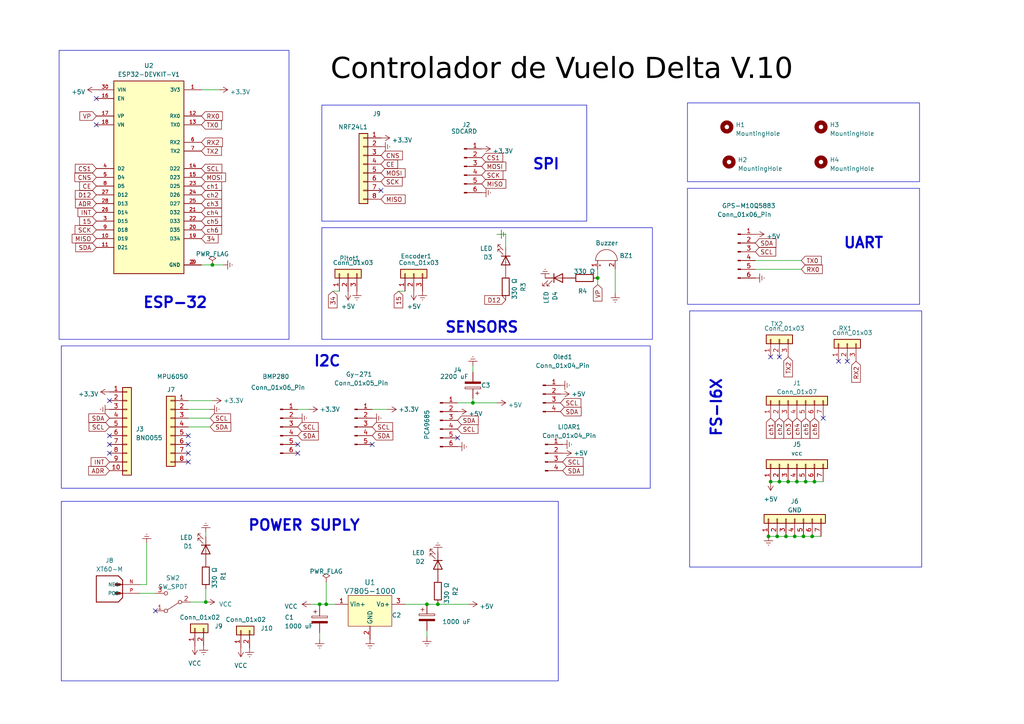
<source format=kicad_sch>
(kicad_sch (version 20230121) (generator eeschema)
  (paper "A4")
  (lib_symbols
    (symbol "Connector:Conn_01x04_Pin" (pin_names (offset 1.016) hide)
      (property "Reference" "J" (at 0 5.08 0))
      (property "Value" "Conn_01x04_Pin" (at 0 -7.62 0))
      (symbol "Conn_01x04_Pin_1_1"
        (polyline (pts (xy 1.27 -5.08) (xy 0.8636 -5.08)) (stroke (width 0.1524)))
        (polyline (pts (xy 1.27 -2.54) (xy 0.8636 -2.54)) (stroke (width 0.1524)))
        (polyline (pts (xy 1.27 0) (xy 0.8636 0)) (stroke (width 0.1524)))
        (polyline (pts (xy 1.27 2.54) (xy 0.8636 2.54)) (stroke (width 0.1524)))
        (rectangle (start 0.8636 -4.953) (end 0 -5.207) (stroke (width 0.1524)) (fill (type outline)))
        (rectangle (start 0.8636 -2.413) (end 0 -2.667) (stroke (width 0.1524)) (fill (type outline)))
        (rectangle (start 0.8636 0.127) (end 0 -0.127) (stroke (width 0.1524)) (fill (type outline)))
        (rectangle (start 0.8636 2.667) (end 0 2.413) (stroke (width 0.1524)) (fill (type outline)))
        (pin passive line (at 5.08 2.54 180) (length 3.81) (name "Pin_1") (number "1"))
        (pin passive line (at 5.08 0 180) (length 3.81) (name "Pin_2") (number "2"))
        (pin passive line (at 5.08 -2.54 180) (length 3.81) (name "Pin_3") (number "3"))
        (pin passive line (at 5.08 -5.08 180) (length 3.81) (name "Pin_4") (number "4"))
      )
    )
    (symbol "Connector:Conn_01x05_Pin" (pin_names (offset 1.016) hide)
      (property "Reference" "J" (at 0 7.62 0))
      (property "Value" "Conn_01x05_Pin" (at 0 -7.62 0))
      (symbol "Conn_01x05_Pin_1_1"
        (polyline (pts (xy 1.27 -5.08) (xy 0.8636 -5.08)) (stroke (width 0.1524)))
        (polyline (pts (xy 1.27 -2.54) (xy 0.8636 -2.54)) (stroke (width 0.1524)))
        (polyline (pts (xy 1.27 0) (xy 0.8636 0)) (stroke (width 0.1524)))
        (polyline (pts (xy 1.27 2.54) (xy 0.8636 2.54)) (stroke (width 0.1524)))
        (polyline (pts (xy 1.27 5.08) (xy 0.8636 5.08)) (stroke (width 0.1524)))
        (rectangle (start 0.8636 -4.953) (end 0 -5.207) (stroke (width 0.1524)) (fill (type outline)))
        (rectangle (start 0.8636 -2.413) (end 0 -2.667) (stroke (width 0.1524)) (fill (type outline)))
        (rectangle (start 0.8636 0.127) (end 0 -0.127) (stroke (width 0.1524)) (fill (type outline)))
        (rectangle (start 0.8636 2.667) (end 0 2.413) (stroke (width 0.1524)) (fill (type outline)))
        (rectangle (start 0.8636 5.207) (end 0 4.953) (stroke (width 0.1524)) (fill (type outline)))
        (pin passive line (at 5.08 5.08 180) (length 3.81) (name "Pin_1") (number "1"))
        (pin passive line (at 5.08 2.54 180) (length 3.81) (name "Pin_2") (number "2"))
        (pin passive line (at 5.08 0 180) (length 3.81) (name "Pin_3") (number "3"))
        (pin passive line (at 5.08 -2.54 180) (length 3.81) (name "Pin_4") (number "4"))
        (pin passive line (at 5.08 -5.08 180) (length 3.81) (name "Pin_5") (number "5"))
      )
    )
    (symbol "Connector:Conn_01x06_Pin" (pin_names (offset 1.016) hide)
      (property "Reference" "J" (at 0 7.62 0))
      (property "Value" "Conn_01x06_Pin" (at 0 -10.16 0))
      (symbol "Conn_01x06_Pin_1_1"
        (polyline (pts (xy 1.27 -7.62) (xy 0.8636 -7.62)) (stroke (width 0.1524)))
        (polyline (pts (xy 1.27 -5.08) (xy 0.8636 -5.08)) (stroke (width 0.1524)))
        (polyline (pts (xy 1.27 -2.54) (xy 0.8636 -2.54)) (stroke (width 0.1524)))
        (polyline (pts (xy 1.27 0) (xy 0.8636 0)) (stroke (width 0.1524)))
        (polyline (pts (xy 1.27 2.54) (xy 0.8636 2.54)) (stroke (width 0.1524)))
        (polyline (pts (xy 1.27 5.08) (xy 0.8636 5.08)) (stroke (width 0.1524)))
        (rectangle (start 0.8636 -7.493) (end 0 -7.747) (stroke (width 0.1524)) (fill (type outline)))
        (rectangle (start 0.8636 -4.953) (end 0 -5.207) (stroke (width 0.1524)) (fill (type outline)))
        (rectangle (start 0.8636 -2.413) (end 0 -2.667) (stroke (width 0.1524)) (fill (type outline)))
        (rectangle (start 0.8636 0.127) (end 0 -0.127) (stroke (width 0.1524)) (fill (type outline)))
        (rectangle (start 0.8636 2.667) (end 0 2.413) (stroke (width 0.1524)) (fill (type outline)))
        (rectangle (start 0.8636 5.207) (end 0 4.953) (stroke (width 0.1524)) (fill (type outline)))
        (pin passive line (at 5.08 5.08 180) (length 3.81) (name "Pin_1") (number "1"))
        (pin passive line (at 5.08 2.54 180) (length 3.81) (name "Pin_2") (number "2"))
        (pin passive line (at 5.08 0 180) (length 3.81) (name "Pin_3") (number "3"))
        (pin passive line (at 5.08 -2.54 180) (length 3.81) (name "Pin_4") (number "4"))
        (pin passive line (at 5.08 -5.08 180) (length 3.81) (name "Pin_5") (number "5"))
        (pin passive line (at 5.08 -7.62 180) (length 3.81) (name "Pin_6") (number "6"))
      )
    )
    (symbol "Connector_Generic:Conn_01x02" (pin_names (offset 1.016) hide)
      (property "Reference" "J" (at 0 2.54 0))
      (property "Value" "Conn_01x02" (at 0 -5.08 0))
      (symbol "Conn_01x02_1_1"
        (rectangle (start -1.27 -2.413) (end 0 -2.667) (stroke (width 0.1524)))
        (rectangle (start -1.27 0.127) (end 0 -0.127) (stroke (width 0.1524)))
        (rectangle (start -1.27 1.27) (end 1.27 -3.81) (stroke (width 0.254)) (fill (type background)))
        (pin passive line (at -5.08 0 0) (length 3.81) (name "Pin_1") (number "1"))
        (pin passive line (at -5.08 -2.54 0) (length 3.81) (name "Pin_2") (number "2"))
      )
    )
    (symbol "Connector_Generic:Conn_01x03" (pin_names (offset 1.016) hide)
      (property "Reference" "J" (at 0 5.08 0))
      (property "Value" "Conn_01x03" (at 0 -5.08 0))
      (symbol "Conn_01x03_1_1"
        (rectangle (start -1.27 -2.413) (end 0 -2.667) (stroke (width 0.1524)))
        (rectangle (start -1.27 0.127) (end 0 -0.127) (stroke (width 0.1524)))
        (rectangle (start -1.27 2.667) (end 0 2.413) (stroke (width 0.1524)))
        (rectangle (start -1.27 3.81) (end 1.27 -3.81) (stroke (width 0.254)) (fill (type background)))
        (pin passive line (at -5.08 2.54 0) (length 3.81) (name "Pin_1") (number "1"))
        (pin passive line (at -5.08 0 0) (length 3.81) (name "Pin_2") (number "2"))
        (pin passive line (at -5.08 -2.54 0) (length 3.81) (name "Pin_3") (number "3"))
      )
    )
    (symbol "Connector_Generic:Conn_01x07" (pin_names (offset 1.016) hide)
      (property "Reference" "J" (at 0 10.16 0))
      (property "Value" "Conn_01x07" (at 0 -10.16 0))
      (symbol "Conn_01x07_1_1"
        (rectangle (start -1.27 -7.493) (end 0 -7.747) (stroke (width 0.1524)))
        (rectangle (start -1.27 -4.953) (end 0 -5.207) (stroke (width 0.1524)))
        (rectangle (start -1.27 -2.413) (end 0 -2.667) (stroke (width 0.1524)))
        (rectangle (start -1.27 0.127) (end 0 -0.127) (stroke (width 0.1524)))
        (rectangle (start -1.27 2.667) (end 0 2.413) (stroke (width 0.1524)))
        (rectangle (start -1.27 5.207) (end 0 4.953) (stroke (width 0.1524)))
        (rectangle (start -1.27 7.747) (end 0 7.493) (stroke (width 0.1524)))
        (rectangle (start -1.27 8.89) (end 1.27 -8.89) (stroke (width 0.254)) (fill (type background)))
        (pin passive line (at -5.08 7.62 0) (length 3.81) (name "Pin_1") (number "1"))
        (pin passive line (at -5.08 5.08 0) (length 3.81) (name "Pin_2") (number "2"))
        (pin passive line (at -5.08 2.54 0) (length 3.81) (name "Pin_3") (number "3"))
        (pin passive line (at -5.08 0 0) (length 3.81) (name "Pin_4") (number "4"))
        (pin passive line (at -5.08 -2.54 0) (length 3.81) (name "Pin_5") (number "5"))
        (pin passive line (at -5.08 -5.08 0) (length 3.81) (name "Pin_6") (number "6"))
        (pin passive line (at -5.08 -7.62 0) (length 3.81) (name "Pin_7") (number "7"))
      )
    )
    (symbol "Connector_Generic:Conn_01x08" (pin_names (offset 1.016) hide)
      (property "Reference" "J" (at 0 10.16 0))
      (property "Value" "Conn_01x08" (at 0 -12.7 0))
      (symbol "Conn_01x08_1_1"
        (rectangle (start -1.27 -10.033) (end 0 -10.287) (stroke (width 0.1524)))
        (rectangle (start -1.27 -7.493) (end 0 -7.747) (stroke (width 0.1524)))
        (rectangle (start -1.27 -4.953) (end 0 -5.207) (stroke (width 0.1524)))
        (rectangle (start -1.27 -2.413) (end 0 -2.667) (stroke (width 0.1524)))
        (rectangle (start -1.27 0.127) (end 0 -0.127) (stroke (width 0.1524)))
        (rectangle (start -1.27 2.667) (end 0 2.413) (stroke (width 0.1524)))
        (rectangle (start -1.27 5.207) (end 0 4.953) (stroke (width 0.1524)))
        (rectangle (start -1.27 7.747) (end 0 7.493) (stroke (width 0.1524)))
        (rectangle (start -1.27 8.89) (end 1.27 -11.43) (stroke (width 0.254)) (fill (type background)))
        (pin passive line (at -5.08 7.62 0) (length 3.81) (name "Pin_1") (number "1"))
        (pin passive line (at -5.08 5.08 0) (length 3.81) (name "Pin_2") (number "2"))
        (pin passive line (at -5.08 2.54 0) (length 3.81) (name "Pin_3") (number "3"))
        (pin passive line (at -5.08 0 0) (length 3.81) (name "Pin_4") (number "4"))
        (pin passive line (at -5.08 -2.54 0) (length 3.81) (name "Pin_5") (number "5"))
        (pin passive line (at -5.08 -5.08 0) (length 3.81) (name "Pin_6") (number "6"))
        (pin passive line (at -5.08 -7.62 0) (length 3.81) (name "Pin_7") (number "7"))
        (pin passive line (at -5.08 -10.16 0) (length 3.81) (name "Pin_8") (number "8"))
      )
    )
    (symbol "Connector_Generic:Conn_01x10" (pin_names (offset 1.016) hide)
      (property "Reference" "J" (at 0 12.7 0))
      (property "Value" "Conn_01x10" (at 0 -15.24 0))
      (symbol "Conn_01x10_1_1"
        (rectangle (start -1.27 -12.573) (end 0 -12.827) (stroke (width 0.1524)))
        (rectangle (start -1.27 -10.033) (end 0 -10.287) (stroke (width 0.1524)))
        (rectangle (start -1.27 -7.493) (end 0 -7.747) (stroke (width 0.1524)))
        (rectangle (start -1.27 -4.953) (end 0 -5.207) (stroke (width 0.1524)))
        (rectangle (start -1.27 -2.413) (end 0 -2.667) (stroke (width 0.1524)))
        (rectangle (start -1.27 0.127) (end 0 -0.127) (stroke (width 0.1524)))
        (rectangle (start -1.27 2.667) (end 0 2.413) (stroke (width 0.1524)))
        (rectangle (start -1.27 5.207) (end 0 4.953) (stroke (width 0.1524)))
        (rectangle (start -1.27 7.747) (end 0 7.493) (stroke (width 0.1524)))
        (rectangle (start -1.27 10.287) (end 0 10.033) (stroke (width 0.1524)))
        (rectangle (start -1.27 11.43) (end 1.27 -13.97) (stroke (width 0.254)) (fill (type background)))
        (pin passive line (at -5.08 10.16 0) (length 3.81) (name "Pin_1") (number "1"))
        (pin passive line (at -5.08 -12.7 0) (length 3.81) (name "Pin_10") (number "10"))
        (pin passive line (at -5.08 7.62 0) (length 3.81) (name "Pin_2") (number "2"))
        (pin passive line (at -5.08 5.08 0) (length 3.81) (name "Pin_3") (number "3"))
        (pin passive line (at -5.08 2.54 0) (length 3.81) (name "Pin_4") (number "4"))
        (pin passive line (at -5.08 0 0) (length 3.81) (name "Pin_5") (number "5"))
        (pin passive line (at -5.08 -2.54 0) (length 3.81) (name "Pin_6") (number "6"))
        (pin passive line (at -5.08 -5.08 0) (length 3.81) (name "Pin_7") (number "7"))
        (pin passive line (at -5.08 -7.62 0) (length 3.81) (name "Pin_8") (number "8"))
        (pin passive line (at -5.08 -10.16 0) (length 3.81) (name "Pin_9") (number "9"))
      )
    )
    (symbol "Device:Buzzer" (pin_names (offset 0.0254) hide)
      (property "Reference" "BZ" (at 3.81 1.27 0))
      (property "Value" "Buzzer" (at 3.81 -1.27 0))
      (symbol "Buzzer_0_1"
        (arc (start 0 -3.175) (mid 3.1612 0) (end 0 3.175))
        (polyline (pts (xy -1.651 1.905) (xy -1.143 1.905)))
        (polyline (pts (xy -1.397 2.159) (xy -1.397 1.651)))
        (polyline (pts (xy 0 3.175) (xy 0 -3.175)))
      )
      (symbol "Buzzer_1_1"
        (pin passive line (at -2.54 2.54 0) (length 2.54) (name "-") (number "1"))
        (pin passive line (at -2.54 -2.54 0) (length 2.54) (name "+") (number "2"))
      )
    )
    (symbol "Device:C_Polarized" (pin_numbers hide) (pin_names (offset 0.254))
      (property "Reference" "C" (at 0.635 2.54 0))
      (property "Value" "C_Polarized" (at 0.635 -2.54 0))
      (symbol "C_Polarized_0_1"
        (rectangle (start -2.286 0.508) (end 2.286 1.016))
        (polyline (pts (xy -1.778 2.286) (xy -0.762 2.286)))
        (polyline (pts (xy -1.27 2.794) (xy -1.27 1.778)))
        (rectangle (start 2.286 -0.508) (end -2.286 -1.016) (fill (type outline)))
      )
      (symbol "C_Polarized_1_1"
        (pin passive line (at 0 3.81 270) (length 2.794) (name "~") (number "1"))
        (pin passive line (at 0 -3.81 90) (length 2.794) (name "~") (number "2"))
      )
    )
    (symbol "Device:LED" (pin_numbers hide) (pin_names (offset 1.016) hide)
      (property "Reference" "D" (at 0 2.54 0))
      (property "Value" "LED" (at 0 -2.54 0))
      (symbol "LED_0_1"
        (polyline (pts (xy -1.27 -1.27) (xy -1.27 1.27)) (stroke (width 0.254)))
        (polyline (pts (xy -1.27 0) (xy 1.27 0)))
        (polyline (pts (xy 1.27 -1.27) (xy 1.27 1.27) (xy -1.27 0) (xy 1.27 -1.27)) (stroke (width 0.254)))
        (polyline (pts (xy -3.048 -0.762) (xy -4.572 -2.286) (xy -3.81 -2.286) (xy -4.572 -2.286) (xy -4.572 -1.524)))
        (polyline (pts (xy -1.778 -0.762) (xy -3.302 -2.286) (xy -2.54 -2.286) (xy -3.302 -2.286) (xy -3.302 -1.524)))
      )
      (symbol "LED_1_1"
        (pin passive line (at -3.81 0 0) (length 2.54) (name "K") (number "1"))
        (pin passive line (at 3.81 0 180) (length 2.54) (name "A") (number "2"))
      )
    )
    (symbol "Device:R" (pin_numbers hide) (pin_names (offset 0))
      (property "Reference" "R" (at 2.032 0 90))
      (property "Value" "R" (at 0 0 90))
      (symbol "R_0_1"
        (rectangle (start -1.016 -2.54) (end 1.016 2.54) (stroke (width 0.254)))
      )
      (symbol "R_1_1"
        (pin passive line (at 0 3.81 270) (length 1.27) (name "~") (number "1"))
        (pin passive line (at 0 -3.81 90) (length 1.27) (name "~") (number "2"))
      )
    )
    (symbol "ESP32-DEVKIT-V1:ESP32-DEVKIT-V1" (pin_names (offset 1.016))
      (property "Reference" "U" (at -10.16 30.48 0))
      (property "Value" "ESP32-DEVKIT-V1" (at -10.16 -30.48 0))
      (symbol "ESP32-DEVKIT-V1_0_0"
        (rectangle (start -10.16 -27.94) (end 10.16 27.94) (stroke (width 0.254)) (fill (type background)))
        (pin output line (at 15.24 25.4 180) (length 5.08) (name "3V3") (number "1"))
        (pin bidirectional line (at -15.24 -17.78 0) (length 5.08) (name "D19") (number "10"))
        (pin bidirectional line (at -15.24 -20.32 0) (length 5.08) (name "D21") (number "11"))
        (pin input line (at 15.24 17.78 180) (length 5.08) (name "RX0") (number "12"))
        (pin output line (at 15.24 15.24 180) (length 5.08) (name "TX0") (number "13"))
        (pin bidirectional line (at 15.24 2.54 180) (length 5.08) (name "D22") (number "14"))
        (pin bidirectional line (at 15.24 0 180) (length 5.08) (name "D23") (number "15"))
        (pin input line (at -15.24 22.86 0) (length 5.08) (name "EN") (number "16"))
        (pin bidirectional line (at -15.24 17.78 0) (length 5.08) (name "VP") (number "17"))
        (pin bidirectional line (at -15.24 15.24 0) (length 5.08) (name "VN") (number "18"))
        (pin bidirectional line (at 15.24 -17.78 180) (length 5.08) (name "D34") (number "19"))
        (pin power_in line (at 15.24 -25.4 180) (length 5.08) (name "GND") (number "2"))
        (pin bidirectional line (at 15.24 -15.24 180) (length 5.08) (name "D35") (number "20"))
        (pin bidirectional line (at 15.24 -10.16 180) (length 5.08) (name "D32") (number "21"))
        (pin bidirectional line (at 15.24 -12.7 180) (length 5.08) (name "D33") (number "22"))
        (pin bidirectional line (at 15.24 -2.54 180) (length 5.08) (name "D25") (number "23"))
        (pin bidirectional line (at 15.24 -5.08 180) (length 5.08) (name "D26") (number "24"))
        (pin bidirectional line (at 15.24 -7.62 180) (length 5.08) (name "D27") (number "25"))
        (pin bidirectional line (at -15.24 -10.16 0) (length 5.08) (name "D14") (number "26"))
        (pin bidirectional line (at -15.24 -5.08 0) (length 5.08) (name "D12") (number "27"))
        (pin bidirectional line (at -15.24 -7.62 0) (length 5.08) (name "D13") (number "28"))
        (pin power_in line (at 15.24 -25.4 180) (length 5.08) (name "GND") (number "29"))
        (pin bidirectional line (at -15.24 -12.7 0) (length 5.08) (name "D15") (number "3"))
        (pin input line (at -15.24 25.4 0) (length 5.08) (name "VIN") (number "30"))
        (pin bidirectional line (at -15.24 2.54 0) (length 5.08) (name "D2") (number "4"))
        (pin bidirectional line (at -15.24 0 0) (length 5.08) (name "D4") (number "5"))
        (pin input line (at 15.24 10.16 180) (length 5.08) (name "RX2") (number "6"))
        (pin output line (at 15.24 7.62 180) (length 5.08) (name "TX2") (number "7"))
        (pin bidirectional line (at -15.24 -2.54 0) (length 5.08) (name "D5") (number "8"))
        (pin bidirectional line (at -15.24 -15.24 0) (length 5.08) (name "D18") (number "9"))
      )
    )
    (symbol "Mechanical:MountingHole" (pin_names (offset 1.016))
      (property "Reference" "H" (at 0 5.08 0))
      (property "Value" "MountingHole" (at 0 3.175 0))
      (symbol "MountingHole_0_1"
        (circle (center 0 0) (radius 1.27) (stroke (width 1.27)))
      )
    )
    (symbol "Switch:SW_SPDT" (pin_names (offset 0) hide)
      (property "Reference" "SW" (at 0 4.318 0))
      (property "Value" "SW_SPDT" (at 0 -5.08 0))
      (symbol "SW_SPDT_0_0"
        (circle (center -2.032 0) (radius 0.508))
        (circle (center 2.032 -2.54) (radius 0.508))
      )
      (symbol "SW_SPDT_0_1"
        (polyline (pts (xy -1.524 0.254) (xy 1.651 2.286)))
        (circle (center 2.032 2.54) (radius 0.508))
      )
      (symbol "SW_SPDT_1_1"
        (pin passive line (at 5.08 2.54 180) (length 2.54) (name "A") (number "1"))
        (pin passive line (at -5.08 0 0) (length 2.54) (name "B") (number "2"))
        (pin passive line (at 5.08 -2.54 180) (length 2.54) (name "C") (number "3"))
      )
    )
    (symbol "XT60-M:XT60-M" (pin_names (offset 1.016))
      (property "Reference" "J" (at 0 6.35 0))
      (property "Value" "XT60-M" (at 0 -5.08 0))
      (symbol "XT60-M_0_0"
        (polyline (pts (xy 0 -1.27) (xy 1.27 -2.54)) (stroke (width 0.254)))
        (polyline (pts (xy 0 0) (xy 1.905 0)) (stroke (width 0.254)))
        (polyline (pts (xy 0 2.54) (xy 0 -1.27)) (stroke (width 0.254)))
        (polyline (pts (xy 0 2.54) (xy 1.905 2.54)) (stroke (width 0.254)))
        (polyline (pts (xy 0 3.81) (xy 0 2.54)) (stroke (width 0.254)))
        (polyline (pts (xy 0 3.81) (xy 1.27 5.08)) (stroke (width 0.254)))
        (polyline (pts (xy 1.27 -2.54) (xy 7.62 -2.54)) (stroke (width 0.254)))
        (polyline (pts (xy 7.62 -2.54) (xy 7.62 5.08)) (stroke (width 0.254)))
        (polyline (pts (xy 7.62 5.08) (xy 1.27 5.08)) (stroke (width 0.254)))
        (rectangle (start 0.635 -0.3175) (end 2.2225 0.3175) (stroke (width 0.1)) (fill (type outline)))
        (rectangle (start 0.635 2.2225) (end 2.2225 2.8575) (stroke (width 0.1)) (fill (type outline)))
        (pin passive line (at -5.08 0 0) (length 5.08) (name "NEG") (number "N"))
        (pin passive line (at -5.08 2.54 0) (length 5.08) (name "POS") (number "P"))
      )
    )
    (symbol "dk_DC-DC-Converters:V7805-1000"
      (property "Reference" "U" (at -6.35 6.35 0))
      (property "Value" "V7805-1000" (at 1.27 -5.08 0))
      (symbol "V7805-1000_0_1"
        (rectangle (start -6.35 5.08) (end 6.35 -3.81) (fill (type background)))
      )
      (symbol "V7805-1000_1_1"
        (pin power_in line (at -10.16 2.54 0) (length 3.81) (name "Vin+") (number "1"))
        (pin power_in line (at 0 -7.62 90) (length 3.81) (name "GND") (number "2"))
        (pin power_out line (at 10.16 2.54 180) (length 3.81) (name "Vo+") (number "3"))
      )
    )
    (symbol "power:+3.3V" (power) (pin_names (offset 0))
      (property "Value" "+3.3V" (at 0 3.556 0))
      (symbol "+3.3V_0_1"
        (polyline (pts (xy -0.762 1.27) (xy 0 2.54)))
        (polyline (pts (xy 0 0) (xy 0 2.54)))
        (polyline (pts (xy 0 2.54) (xy 0.762 1.27)))
      )
      (symbol "+3.3V_1_1"
        (pin power_in line (at 0 0 90) (length 0) hide (name "+3.3V") (number "1"))
      )
    )
    (symbol "power:+5V" (power) (pin_names (offset 0))
      (property "Value" "+5V" (at 0 3.556 0))
      (symbol "+5V_0_1"
        (polyline (pts (xy -0.762 1.27) (xy 0 2.54)))
        (polyline (pts (xy 0 0) (xy 0 2.54)))
        (polyline (pts (xy 0 2.54) (xy 0.762 1.27)))
      )
      (symbol "+5V_1_1"
        (pin power_in line (at 0 0 90) (length 0) hide (name "+5V") (number "1"))
      )
    )
    (symbol "power:Earth" (power) (pin_names (offset 0))
      (symbol "Earth_0_1"
        (polyline (pts (xy -0.635 -1.905) (xy 0.635 -1.905)))
        (polyline (pts (xy -0.127 -2.54) (xy 0.127 -2.54)))
        (polyline (pts (xy 0 -1.27) (xy 0 0)))
        (polyline (pts (xy 1.27 -1.27) (xy -1.27 -1.27)))
      )
      (symbol "Earth_1_1"
        (pin power_in line (at 0 0 270) (length 0) hide (name "Earth") (number "1"))
      )
    )
    (symbol "power:PWR_FLAG" (power) (pin_numbers hide) (pin_names (offset 0) hide)
      (property "Value" "PWR_FLAG" (at 0 3.81 0))
      (symbol "PWR_FLAG_0_0"
        (pin power_out line (at 0 0 90) (length 0) (name "pwr") (number "1"))
      )
      (symbol "PWR_FLAG_0_1"
        (polyline (pts (xy 0 0) (xy 0 1.27) (xy -1.016 1.905) (xy 0 2.54) (xy 1.016 1.905) (xy 0 1.27)))
      )
    )
    (symbol "power:VCC" (power) (pin_names (offset 0))
      (property "Value" "VCC" (at 0 3.81 0))
      (symbol "VCC_0_1"
        (polyline (pts (xy -0.762 1.27) (xy 0 2.54)))
        (polyline (pts (xy 0 0) (xy 0 2.54)))
        (polyline (pts (xy 0 2.54) (xy 0.762 1.27)))
      )
      (symbol "VCC_1_1"
        (pin power_in line (at 0 0 90) (length 0) hide (name "VCC") (number "1"))
      )
    )
  )
  (junction (at 222.885 155.575))
  (junction (at 228.6 139.7))
  (junction (at 233.045 155.575))
  (junction (at 137.16 116.84))
  (junction (at 173.355 80.645))
  (junction (at 227.965 155.575))
  (junction (at 59.69 174.625))
  (junction (at 123.825 175.26))
  (junction (at 231.14 139.7))
  (junction (at 235.585 155.575))
  (junction (at 236.22 139.7))
  (junction (at 226.06 139.7))
  (junction (at 127 175.26))
  (junction (at 223.52 139.7))
  (junction (at 92.71 175.26))
  (junction (at 233.68 139.7))
  (junction (at 230.505 155.575))
  (junction (at 225.425 155.575))
  (junction (at 61.595 76.835))
  (junction (at 94.615 175.26))
  (no_connect (at 31.75 116.205))
  (no_connect (at 54.61 128.905))
  (no_connect (at 226.06 103.505))
  (no_connect (at 27.94 28.575))
  (no_connect (at 223.52 103.505))
  (no_connect (at 31.75 131.445))
  (no_connect (at 54.61 126.365))
  (no_connect (at 31.75 128.905))
  (no_connect (at 243.205 104.775))
  (no_connect (at 110.49 55.245))
  (no_connect (at 31.75 126.365))
  (no_connect (at 238.76 121.285))
  (no_connect (at 245.745 104.775))
  (no_connect (at 27.94 36.195))
  (no_connect (at 45.085 177.165))
  (no_connect (at 54.61 131.445))
  (no_connect (at 86.36 131.445))
  (no_connect (at 54.61 133.985))
  (no_connect (at 107.95 128.905))
  (no_connect (at 86.36 128.905))
  (no_connect (at 132.715 127))
  (wire (pts (xy 59.69 154.305) (xy 59.69 155.575)))
  (wire (pts (xy 42.545 169.545) (xy 42.545 157.48)))
  (wire (pts (xy 137.16 116.84) (xy 132.715 116.84)))
  (wire (pts (xy 232.41 78.105) (xy 219.075 78.105)))
  (wire (pts (xy 92.71 175.26) (xy 94.615 175.26)))
  (wire (pts (xy 231.14 139.7) (xy 233.68 139.7)))
  (wire (pts (xy 230.505 155.575) (xy 233.045 155.575)))
  (wire (pts (xy 137.16 106.045) (xy 137.16 107.95)))
  (wire (pts (xy 96.52 84.455) (xy 98.425 84.455)))
  (wire (pts (xy 94.615 168.91) (xy 94.615 175.26)))
  (wire (pts (xy 61.595 76.835) (xy 58.42 76.835)))
  (wire (pts (xy 86.36 118.745) (xy 89.535 118.745)))
  (wire (pts (xy 235.585 155.575) (xy 238.125 155.575)))
  (wire (pts (xy 123.825 175.26) (xy 117.475 175.26)))
  (wire (pts (xy 232.41 75.565) (xy 219.075 75.565)))
  (wire (pts (xy 222.885 155.575) (xy 225.425 155.575)))
  (wire (pts (xy 40.64 172.085) (xy 45.085 172.085)))
  (wire (pts (xy 92.71 175.895) (xy 92.71 175.26)))
  (wire (pts (xy 54.61 118.745) (xy 60.96 118.745)))
  (wire (pts (xy 107.95 118.745) (xy 112.395 118.745)))
  (wire (pts (xy 127 175.26) (xy 123.825 175.26)))
  (wire (pts (xy 40.64 169.545) (xy 42.545 169.545)))
  (wire (pts (xy 178.435 85.09) (xy 178.435 78.105)))
  (wire (pts (xy 233.045 155.575) (xy 235.585 155.575)))
  (wire (pts (xy 90.17 175.26) (xy 92.71 175.26)))
  (wire (pts (xy 236.22 139.7) (xy 238.76 139.7)))
  (wire (pts (xy 58.42 26.035) (xy 63.5 26.035)))
  (wire (pts (xy 59.69 174.625) (xy 59.69 170.815)))
  (wire (pts (xy 92.71 185.42) (xy 92.71 183.515)))
  (wire (pts (xy 137.16 115.57) (xy 137.16 116.84)))
  (wire (pts (xy 55.245 174.625) (xy 59.69 174.625)))
  (wire (pts (xy 64.77 76.835) (xy 61.595 76.835)))
  (wire (pts (xy 54.61 116.205) (xy 61.595 116.205)))
  (wire (pts (xy 173.355 82.55) (xy 173.355 80.645)))
  (wire (pts (xy 223.52 139.7) (xy 226.06 139.7)))
  (wire (pts (xy 115.57 84.455) (xy 117.475 84.455)))
  (wire (pts (xy 228.6 139.7) (xy 231.14 139.7)))
  (wire (pts (xy 54.61 123.825) (xy 60.96 123.825)))
  (wire (pts (xy 226.06 139.7) (xy 228.6 139.7)))
  (wire (pts (xy 123.825 182.88) (xy 123.825 184.785)))
  (wire (pts (xy 173.355 80.645) (xy 173.355 78.105)))
  (wire (pts (xy 54.61 121.285) (xy 60.96 121.285)))
  (wire (pts (xy 225.425 155.575) (xy 227.965 155.575)))
  (wire (pts (xy 94.615 175.26) (xy 97.155 175.26)))
  (wire (pts (xy 146.685 67.945) (xy 146.685 71.755)))
  (wire (pts (xy 227.965 155.575) (xy 230.505 155.575)))
  (wire (pts (xy 127 175.26) (xy 135.89 175.26)))
  (wire (pts (xy 233.68 139.7) (xy 236.22 139.7)))
  (wire (pts (xy 144.145 67.945) (xy 146.685 67.945)))
  (wire (pts (xy 144.145 116.84) (xy 137.16 116.84)))
  (rectangle (start 199.39 29.845) (end 266.7 52.705))
  (rectangle (start 93.345 30.48) (end 170.18 64.135))
  (rectangle (start 17.145 14.605) (end 83.82 98.425))
  (rectangle (start 200.025 90.17) (end 267.335 164.465))
  (rectangle (start 17.78 145.415) (end 161.925 197.485))
  (rectangle (start 199.39 54.61) (end 266.7 88.265))
  (rectangle (start 17.78 100.33) (end 188.595 141.605))
  (rectangle (start 93.345 66.04) (end 189.23 98.425))
  (text "I2C\n" (at 90.805 106.68 0) (effects (font (size 3.048 3.048) (thickness 0.6096) bold) (justify left bottom)))
  (text "UART\n" (at 244.475 72.39 0) (effects (font (size 3.048 3.048) (thickness 0.6096) bold) (justify left bottom)))
  (text "POWER SUPLY\n" (at 71.755 154.305 0) (effects (font (size 3.048 3.048) (thickness 0.6096) bold) (justify left bottom)))
  (text "SENSORS\n\n\n" (at 128.905 106.68 0) (effects (font (size 3.048 3.048) (thickness 0.6096) bold) (justify left bottom)))
  (text "FS-I6X" (at 209.55 127 90) (effects (font (size 3.048 3.048) (thickness 0.6096) bold) (justify left bottom)))
  (text "SPI\n" (at 154.305 49.53 0) (effects (font (size 3.048 3.048) (thickness 0.6096) bold) (justify left bottom)))
  (text "Controlador de Vuelo Delta V.10" (at 95.885 25.4 0) (effects (font (size 6 6)) (justify left bottom)))
  (text "ESP-32\n\n" (at 41.275 94.615 0) (effects (font (size 3.048 3.048) (thickness 0.6096) bold) (justify left bottom)))
  (global_label "CS1" (shape input) (at 139.7 45.72 0) (property "Intersheetrefs" "${INTERSHEET_REFS}" (effects hide)))
  (global_label "RX0" (shape input) (at 232.41 78.105 0) (property "Intersheetrefs" "${INTERSHEET_REFS}" (effects hide)))
  (global_label "SDA" (shape input) (at 219.075 70.485 0) (property "Intersheetrefs" "${INTERSHEET_REFS}" (effects hide)))
  (global_label "SDA" (shape input) (at 31.75 121.285 180) (property "Intersheetrefs" "${INTERSHEET_REFS}" (effects hide)))
  (global_label "VP" (shape input) (at 173.355 82.55 270) (property "Intersheetrefs" "${INTERSHEET_REFS}" (effects hide)))
  (global_label "SCL" (shape input) (at 132.715 124.46 0) (property "Intersheetrefs" "${INTERSHEET_REFS}" (effects hide)))
  (global_label "SCL" (shape input) (at 86.36 123.825 0) (property "Intersheetrefs" "${INTERSHEET_REFS}" (effects hide)))
  (global_label "SCL" (shape input) (at 58.42 48.895 0) (property "Intersheetrefs" "${INTERSHEET_REFS}" (effects hide)))
  (global_label "SDA" (shape input) (at 132.715 121.92 0) (property "Intersheetrefs" "${INTERSHEET_REFS}" (effects hide)))
  (global_label "ch6" (shape input) (at 58.42 66.675 0) (property "Intersheetrefs" "${INTERSHEET_REFS}" (effects hide)))
  (global_label "MOSI" (shape input) (at 139.7 48.26 0) (property "Intersheetrefs" "${INTERSHEET_REFS}" (effects hide)))
  (global_label "SCL" (shape input) (at 163.195 133.985 0) (property "Intersheetrefs" "${INTERSHEET_REFS}" (effects hide)))
  (global_label "SDA" (shape input) (at 162.56 119.38 0) (property "Intersheetrefs" "${INTERSHEET_REFS}" (effects hide)))
  (global_label "TX0" (shape input) (at 58.42 36.195 0) (property "Intersheetrefs" "${INTERSHEET_REFS}" (effects hide)))
  (global_label "CE" (shape input) (at 27.94 53.975 180) (property "Intersheetrefs" "${INTERSHEET_REFS}" (effects hide)))
  (global_label "15" (shape input) (at 27.94 64.135 180) (property "Intersheetrefs" "${INTERSHEET_REFS}" (effects hide)))
  (global_label "MOSI" (shape input) (at 58.42 51.435 0) (property "Intersheetrefs" "${INTERSHEET_REFS}" (effects hide)))
  (global_label "TX2" (shape input) (at 58.42 43.815 0) (property "Intersheetrefs" "${INTERSHEET_REFS}" (effects hide)))
  (global_label "ch3" (shape input) (at 228.6 121.285 270) (property "Intersheetrefs" "${INTERSHEET_REFS}" (effects hide)))
  (global_label "15" (shape input) (at 115.57 84.455 270) (property "Intersheetrefs" "${INTERSHEET_REFS}" (effects hide)))
  (global_label "SCK" (shape input) (at 27.94 66.675 180) (property "Intersheetrefs" "${INTERSHEET_REFS}" (effects hide)))
  (global_label "VP" (shape input) (at 27.94 33.655 180) (property "Intersheetrefs" "${INTERSHEET_REFS}" (effects hide)))
  (global_label "SCL" (shape input) (at 219.075 73.025 0) (property "Intersheetrefs" "${INTERSHEET_REFS}" (effects hide)))
  (global_label "MISO" (shape input) (at 110.49 57.785 0) (property "Intersheetrefs" "${INTERSHEET_REFS}" (effects hide)))
  (global_label "MOSI" (shape input) (at 110.49 50.165 0) (property "Intersheetrefs" "${INTERSHEET_REFS}" (effects hide)))
  (global_label "ch4" (shape input) (at 58.42 61.595 0) (property "Intersheetrefs" "${INTERSHEET_REFS}" (effects hide)))
  (global_label "ch2" (shape input) (at 58.42 56.515 0) (property "Intersheetrefs" "${INTERSHEET_REFS}" (effects hide)))
  (global_label "SCL" (shape input) (at 162.56 116.84 0) (property "Intersheetrefs" "${INTERSHEET_REFS}" (effects hide)))
  (global_label "ch6" (shape input) (at 236.22 121.285 270) (property "Intersheetrefs" "${INTERSHEET_REFS}" (effects hide)))
  (global_label "ch3" (shape input) (at 58.42 59.055 0) (property "Intersheetrefs" "${INTERSHEET_REFS}" (effects hide)))
  (global_label "34" (shape input) (at 96.52 84.455 270) (property "Intersheetrefs" "${INTERSHEET_REFS}" (effects hide)))
  (global_label "34" (shape input) (at 58.42 69.215 0) (property "Intersheetrefs" "${INTERSHEET_REFS}" (effects hide)))
  (global_label "SDA" (shape input) (at 86.36 126.365 0) (property "Intersheetrefs" "${INTERSHEET_REFS}" (effects hide)))
  (global_label "ADR" (shape input) (at 31.75 136.525 180) (property "Intersheetrefs" "${INTERSHEET_REFS}" (effects hide)))
  (global_label "ch5" (shape input) (at 58.42 64.135 0) (property "Intersheetrefs" "${INTERSHEET_REFS}" (effects hide)))
  (global_label "ch5" (shape input) (at 233.68 121.285 270) (property "Intersheetrefs" "${INTERSHEET_REFS}" (effects hide)))
  (global_label "D12" (shape input) (at 27.94 56.515 180) (property "Intersheetrefs" "${INTERSHEET_REFS}" (effects hide)))
  (global_label "RX2" (shape input) (at 58.42 41.275 0) (property "Intersheetrefs" "${INTERSHEET_REFS}" (effects hide)))
  (global_label "CE" (shape input) (at 110.49 47.625 0) (property "Intersheetrefs" "${INTERSHEET_REFS}" (effects hide)))
  (global_label "SDA" (shape input) (at 163.195 136.525 0) (property "Intersheetrefs" "${INTERSHEET_REFS}" (effects hide)))
  (global_label "RX0" (shape input) (at 58.42 33.655 0) (property "Intersheetrefs" "${INTERSHEET_REFS}" (effects hide)))
  (global_label "ch4" (shape input) (at 231.14 121.285 270) (property "Intersheetrefs" "${INTERSHEET_REFS}" (effects hide)))
  (global_label "MISO" (shape input) (at 27.94 69.215 180) (property "Intersheetrefs" "${INTERSHEET_REFS}" (effects hide)))
  (global_label "CS1" (shape input) (at 27.94 48.895 180) (property "Intersheetrefs" "${INTERSHEET_REFS}" (effects hide)))
  (global_label "MISO" (shape input) (at 139.7 53.34 0) (property "Intersheetrefs" "${INTERSHEET_REFS}" (effects hide)))
  (global_label "SCL" (shape input) (at 31.75 123.825 180) (property "Intersheetrefs" "${INTERSHEET_REFS}" (effects hide)))
  (global_label "TX0" (shape input) (at 232.41 75.565 0) (property "Intersheetrefs" "${INTERSHEET_REFS}" (effects hide)))
  (global_label "ch1" (shape input) (at 223.52 121.285 270) (property "Intersheetrefs" "${INTERSHEET_REFS}" (effects hide)))
  (global_label "CNS" (shape input) (at 110.49 45.085 0) (property "Intersheetrefs" "${INTERSHEET_REFS}" (effects hide)))
  (global_label "SCK" (shape input) (at 139.7 50.8 0) (property "Intersheetrefs" "${INTERSHEET_REFS}" (effects hide)))
  (global_label "SCK" (shape input) (at 110.49 52.705 0) (property "Intersheetrefs" "${INTERSHEET_REFS}" (effects hide)))
  (global_label "D12" (shape input) (at 146.685 86.995 180) (property "Intersheetrefs" "${INTERSHEET_REFS}" (effects hide)))
  (global_label "TX2" (shape input) (at 228.6 103.505 270) (property "Intersheetrefs" "${INTERSHEET_REFS}" (effects hide)))
  (global_label "ch1" (shape input) (at 58.42 53.975 0) (property "Intersheetrefs" "${INTERSHEET_REFS}" (effects hide)))
  (global_label "INT" (shape input) (at 31.75 133.985 180) (property "Intersheetrefs" "${INTERSHEET_REFS}" (effects hide)))
  (global_label "CNS" (shape input) (at 27.94 51.435 180) (property "Intersheetrefs" "${INTERSHEET_REFS}" (effects hide)))
  (global_label "ch2" (shape input) (at 226.06 121.285 270) (property "Intersheetrefs" "${INTERSHEET_REFS}" (effects hide)))
  (global_label "SDA" (shape input) (at 60.96 123.825 0) (property "Intersheetrefs" "${INTERSHEET_REFS}" (effects hide)))
  (global_label "ADR" (shape input) (at 27.94 59.055 180) (property "Intersheetrefs" "${INTERSHEET_REFS}" (effects hide)))
  (global_label "INT" (shape input) (at 27.94 61.595 180) (property "Intersheetrefs" "${INTERSHEET_REFS}" (effects hide)))
  (global_label "SCL" (shape input) (at 107.95 123.825 0) (property "Intersheetrefs" "${INTERSHEET_REFS}" (effects hide)))
  (global_label "RX2" (shape input) (at 248.285 104.775 270) (property "Intersheetrefs" "${INTERSHEET_REFS}" (effects hide)))
  (global_label "SDA" (shape input) (at 27.94 71.755 180) (property "Intersheetrefs" "${INTERSHEET_REFS}" (effects hide)))
  (global_label "SDA" (shape input) (at 107.95 126.365 0) (property "Intersheetrefs" "${INTERSHEET_REFS}" (effects hide)))
  (global_label "SCL" (shape input) (at 60.96 121.285 0) (property "Intersheetrefs" "${INTERSHEET_REFS}" (effects hide)))
  (symbol (lib_id "power:+5V") (at 135.89 175.26 270) (unit 1)
    (property "Reference" "#PWR022" (effects hide))
    (property "Value" "+5V" (at 139.065 175.895 90) (effects (justify left)))
  )
  (symbol (lib_id "power:Earth") (at 86.36 121.285 90) (unit 1)
    (property "Reference" "#PWR015" (effects hide))
    (property "Value" "Earth" (effects hide))
  )
  (symbol (lib_id "power:Earth") (at 137.16 106.045 180) (unit 1)
    (property "Reference" "#PWR027" (effects hide))
    (property "Value" "Earth" (effects hide))
  )
  (symbol (lib_id "power:Earth") (at 110.49 42.545 90) (unit 1)
    (property "Reference" "#PWR017" (effects hide))
    (property "Value" "Earth" (effects hide))
  )
  (symbol (lib_id "power:VCC") (at 59.69 174.625 270) (unit 1)
    (property "Reference" "#PWR06" (effects hide))
    (property "Value" "VCC" (at 63.5 175.26 90) (effects (justify left)))
  )
  (symbol (lib_id "Device:LED") (at 161.925 80.645 0) (unit 1)
    (property "Reference" "D4" (at 160.9725 84.455 90) (effects (justify right)))
    (property "Value" "LED" (at 158.4325 84.455 90) (effects (justify right)))
    (property "Footprint" "LED_SMD:LED_1206_3216Metric" (effects hide))
  )
  (symbol (lib_id "power:+3.3V") (at 31.75 113.665 90) (unit 1)
    (property "Reference" "#PWR032" (effects hide))
    (property "Value" "+3.3V" (at 28.575 114.3 90) (effects (justify left)))
  )
  (symbol (lib_id "Connector_Generic:Conn_01x07") (at 230.505 150.495 90) (unit 1)
    (property "Reference" "J6" (at 230.505 145.415 90))
    (property "Value" "GND" (at 230.505 147.955 90))
    (property "Footprint" "Connector_PinHeader_2.54mm:PinHeader_1x07_P2.54mm_Vertical" (effects hide))
  )
  (symbol (lib_id "power:Earth") (at 92.71 185.42 0) (unit 1)
    (property "Reference" "#PWR024" (effects hide))
    (property "Value" "Earth" (effects hide))
  )
  (symbol (lib_id "Device:LED") (at 127 163.83 270) (unit 1)
    (property "Reference" "D2" (at 123.19 162.8775 90) (effects (justify right)))
    (property "Value" "LED" (at 123.19 160.3375 90) (effects (justify right)))
    (property "Footprint" "LED_SMD:LED_1206_3216Metric" (effects hide))
  )
  (symbol (lib_id "power:Earth") (at 31.75 118.745 270) (unit 1)
    (property "Reference" "#PWR033" (effects hide))
    (property "Value" "Earth" (effects hide))
  )
  (symbol (lib_id "Connector:Conn_01x06_Pin") (at 81.28 123.825 0) (unit 1)
    (property "Reference" "BMP280" (at 80.01 109.22 0))
    (property "Value" "Conn_01x06_Pin" (at 80.645 112.395 0))
    (property "Footprint" "Library:module_bme280" (effects hide))
  )
  (symbol (lib_id "power:+5V") (at 120.015 84.455 180) (unit 1)
    (property "Reference" "#PWR038" (effects hide))
    (property "Value" "+5V" (at 120.015 88.9 0))
  )
  (symbol (lib_id "power:+3.3V") (at 110.49 40.005 270) (unit 1)
    (property "Reference" "#PWR016" (effects hide))
    (property "Value" "+3.3V" (at 113.665 40.64 90) (effects (justify left)))
  )
  (symbol (lib_id "Mechanical:MountingHole") (at 210.82 36.83 0) (unit 1)
    (property "Reference" "H1" (at 213.36 36.195 0) (effects (justify left)))
    (property "Value" "MountingHole" (at 213.36 38.735 0) (effects (justify left)))
    (property "Footprint" "MountingHole:MountingHole_3mm_Pad" (effects hide))
  )
  (symbol (lib_id "power:Earth") (at 162.56 111.76 90) (unit 1)
    (property "Reference" "#PWR028" (effects hide))
    (property "Value" "Earth" (effects hide))
  )
  (symbol (lib_id "Connector:Conn_01x06_Pin") (at 127.635 121.92 0) (unit 1)
    (property "Reference" "J4" (at 132.715 107.315 0))
    (property "Value" "PCA9685" (at 123.825 123.19 90))
    (property "Footprint" "Library:PCA 9685" (effects hide))
  )
  (symbol (lib_id "Connector:Conn_01x06_Pin") (at 134.62 48.26 0) (unit 1)
    (property "Reference" "J2" (at 135.255 36.195 0))
    (property "Value" "SDCARD" (at 134.62 38.1 0))
    (property "Footprint" "Connector_PinSocket_2.54mm:PinSocket_1x06_P2.54mm_Vertical" (effects hide))
  )
  (symbol (lib_id "Device:LED") (at 59.69 159.385 270) (unit 1)
    (property "Reference" "D1" (at 55.88 158.4325 90) (effects (justify right)))
    (property "Value" "LED" (at 55.88 155.8925 90) (effects (justify right)))
    (property "Footprint" "LED_SMD:LED_1206_3216Metric" (effects hide))
  )
  (symbol (lib_id "Connector_Generic:Conn_01x07") (at 231.14 116.205 90) (unit 1)
    (property "Reference" "J1" (at 231.14 111.125 90))
    (property "Value" "Conn_01x07" (at 231.14 113.665 90))
    (property "Footprint" "Connector_PinHeader_2.54mm:PinHeader_1x07_P2.54mm_Vertical" (effects hide))
  )
  (symbol (lib_id "power:Earth") (at 139.7 55.88 90) (unit 1)
    (property "Reference" "#PWR02" (effects hide))
    (property "Value" "Earth" (effects hide))
  )
  (symbol (lib_id "Device:R") (at 59.69 167.005 180) (unit 1)
    (property "Reference" "R1" (at 64.77 165.735 90) (effects (justify left)))
    (property "Value" "330 Ω" (at 62.23 164.465 90) (effects (justify left)))
    (property "Footprint" "Resistor_SMD:R_0805_2012Metric" (effects hide))
  )
  (symbol (lib_id "power:Earth") (at 42.545 157.48 180) (unit 1)
    (property "Reference" "#PWR018" (effects hide))
    (property "Value" "Earth" (effects hide))
  )
  (symbol (lib_id "power:+5V") (at 219.075 67.945 270) (unit 1)
    (property "Reference" "#PWR025" (effects hide))
    (property "Value" "+5V" (at 222.25 68.58 90) (effects (justify left)))
  )
  (symbol (lib_id "power:+5V") (at 163.195 131.445 270) (unit 1)
    (property "Reference" "#PWR037" (effects hide))
    (property "Value" "+5V" (at 166.37 131.445 90) (effects (justify left)))
  )
  (symbol (lib_id "power:PWR_FLAG") (at 61.595 76.835 0) (unit 1)
    (property "Reference" "#FLG01" (effects hide))
    (property "Value" "PWR_FLAG" (at 61.595 73.66 0))
  )
  (symbol (lib_id "power:+3.3V") (at 89.535 118.745 270) (unit 1)
    (property "Reference" "#PWR014" (effects hide))
    (property "Value" "+3.3V" (at 92.71 118.745 90) (effects (justify left)))
  )
  (symbol (lib_id "Mechanical:MountingHole") (at 238.125 46.99 0) (unit 1)
    (property "Reference" "H4" (at 240.665 46.355 0) (effects (justify left)))
    (property "Value" "MountingHole" (at 240.665 48.895 0) (effects (justify left)))
    (property "Footprint" "MountingHole:MountingHole_3mm_Pad" (effects hide))
  )
  (symbol (lib_id "power:Earth") (at 163.195 128.905 90) (unit 1)
    (property "Reference" "#PWR036" (effects hide))
    (property "Value" "Earth" (effects hide))
  )
  (symbol (lib_id "Device:C_Polarized") (at 123.825 179.07 0) (unit 1)
    (property "Reference" "C2" (at 113.665 178.435 0) (effects (justify left)))
    (property "Value" "1000 uF" (at 128.27 180.34 0) (effects (justify left)))
    (property "Footprint" "Capacitor_THT:CP_Radial_D8.0mm_P3.50mm" (effects hide))
  )
  (symbol (lib_id "Connector:Conn_01x06_Pin") (at 213.995 73.025 0) (unit 1)
    (property "Reference" "GPS-M10Q5883" (at 217.17 59.69 0))
    (property "Value" "Conn_01x06_Pin" (at 215.9 62.23 0))
    (property "Footprint" "Connector_JST:JST_EH_B6B-EH-A_1x06_P2.50mm_Vertical" (effects hide))
  )
  (symbol (lib_id "dk_DC-DC-Converters:V7805-1000") (at 107.315 177.8 0) (unit 1)
    (property "Reference" "U1" (at 107.315 168.91 0) (effects (font (size 1.524 1.524))))
    (property "Value" "V7805-1000" (at 107.315 171.45 0) (effects (font (size 1.524 1.524))))
    (property "Footprint" "digikey-footprints:3-SIP_Module_V7805-1000" (effects hide))
    (property "Datasheet" "https://www.cui.com/product/resource/digikeypdf/v78xx-1000.pdf" (effects hide))
    (property "Digi-Key_PN" "102-1715-ND" (effects hide))
    (property "MPN" "V7805-1000" (effects hide))
    (property "Category" "Power Supplies - Board Mount" (effects hide))
    (property "Family" "DC DC Converters" (effects hide))
    (property "DK_Datasheet_Link" "https://www.cui.com/product/resource/digikeypdf/v78xx-1000.pdf" (effects hide))
    (property "DK_Detail_Page" "/product-detail/en/cui-inc/V7805-1000/102-1715-ND/1828608" (effects hide))
    (property "Description" "DC DC CONVERTER 5V 5W" (effects hide))
    (property "Manufacturer" "CUI Inc." (effects hide))
    (property "Status" "Active" (effects hide))
  )
  (symbol (lib_id "power:Earth") (at 144.145 67.945 90) (unit 1)
    (property "Reference" "#PWR040" (effects hide))
    (property "Value" "Earth" (effects hide))
  )
  (symbol (lib_id "Connector_Generic:Conn_01x03") (at 100.965 79.375 90) (unit 1)
    (property "Reference" "Pitot1" (at 98.425 74.93 90) (effects (justify right)))
    (property "Value" "Conn_01x03" (at 96.52 76.2 90) (effects (justify right)))
    (property "Footprint" "Connector_PinHeader_2.54mm:PinHeader_1x03_P2.54mm_Vertical" (effects hide))
  )
  (symbol (lib_id "Connector:Conn_01x05_Pin") (at 102.87 123.825 0) (unit 1)
    (property "Reference" "Gy-271" (at 104.14 108.585 0))
    (property "Value" "Conn_01x05_Pin" (at 104.775 111.125 0))
    (property "Footprint" "Library:Hmc5883l Gy271" (effects hide))
  )
  (symbol (lib_id "Connector_Generic:Conn_01x08") (at 105.41 47.625 0) (mirror y) (unit 1)
    (property "Reference" "NRF24L1" (at 106.68 36.83 0) (effects (justify left)))
    (property "Value" "J9" (at 110.49 33.02 0) (effects (justify left)))
    (property "Footprint" "Connector_PinSocket_2.54mm:PinSocket_2x04_P2.54mm_Vertical" (effects hide))
  )
  (symbol (lib_id "power:+5V") (at 144.145 116.84 270) (unit 1)
    (property "Reference" "#PWR03" (effects hide))
    (property "Value" "+5V" (at 147.32 117.475 90) (effects (justify left)))
  )
  (symbol (lib_id "power:VCC") (at 90.17 175.26 90) (unit 1)
    (property "Reference" "#PWR021" (effects hide))
    (property "Value" "VCC" (at 86.36 175.895 90) (effects (justify left)))
  )
  (symbol (lib_id "XT60-M:XT60-M") (at 35.56 169.545 180) (unit 1)
    (property "Reference" "J8" (at 31.75 162.56 0))
    (property "Value" "XT60-M" (at 31.75 165.1 0))
    (property "Footprint" "Library:AMASS_XT60-M" (effects hide))
    (property "MF" "AMASS" (effects hide))
    (property "MAXIMUM_PACKAGE_HEIGHT" "16.00 mm" (effects hide))
    (property "Package" "Package" (effects hide))
    (property "Price" "None" (effects hide))
    (property "Check_prices" "https://www.snapeda.com/parts/XT60-M/AMASS/view-part/?ref=eda" (effects hide))
    (property "STANDARD" "IPC 7351B" (effects hide))
    (property "PARTREV" "V1.2" (effects hide))
    (property "SnapEDA_Link" "https://www.snapeda.com/parts/XT60-M/AMASS/view-part/?ref=snap" (effects hide))
    (property "MP" "XT60-M" (effects hide))
    (property "Description" "\nPlug; DC supply; XT60; male; PIN: 2; for cable; soldered; 30A; 500V\n" (effects hide))
    (property "Availability" "Not in stock" (effects hide))
    (property "MANUFACTURER" "AMASS" (effects hide))
  )
  (symbol (lib_id "Connector_Generic:Conn_01x03") (at 226.06 98.425 90) (unit 1)
    (property "Reference" "TX2" (at 223.52 93.98 90) (effects (justify right)))
    (property "Value" "Conn_01x03" (at 221.615 95.25 90) (effects (justify right)))
    (property "Footprint" "Connector_PinHeader_2.54mm:PinHeader_1x03_P2.54mm_Vertical" (effects hide))
  )
  (symbol (lib_id "Connector:Conn_01x04_Pin") (at 158.115 131.445 0) (unit 1)
    (property "Reference" "LIDAR1" (at 165.1 123.825 0))
    (property "Value" "Conn_01x04_Pin" (at 165.1 126.365 0))
    (property "Footprint" "Connector_JST:JST_EH_B4B-EH-A_1x04_P2.50mm_Vertical" (effects hide))
  )
  (symbol (lib_id "Connector_Generic:Conn_01x03") (at 245.745 99.695 90) (unit 1)
    (property "Reference" "RX1" (at 243.205 95.25 90) (effects (justify right)))
    (property "Value" "Conn_01x03" (at 241.3 96.52 90) (effects (justify right)))
    (property "Footprint" "Connector_PinHeader_2.54mm:PinHeader_1x03_P2.54mm_Vertical" (effects hide))
  )
  (symbol (lib_id "power:Earth") (at 59.055 187.325 0) (unit 1)
    (property "Reference" "#PWR045" (effects hide))
    (property "Value" "Earth" (effects hide))
  )
  (symbol (lib_id "power:Earth") (at 59.69 154.305 180) (unit 1)
    (property "Reference" "#PWR019" (effects hide))
    (property "Value" "Earth" (effects hide))
  )
  (symbol (lib_id "Device:R") (at 146.685 83.185 180) (unit 1)
    (property "Reference" "R3" (at 151.765 81.915 90) (effects (justify left)))
    (property "Value" "330 Ω" (at 149.225 80.645 90) (effects (justify left)))
    (property "Footprint" "Resistor_SMD:R_0805_2012Metric" (effects hide))
  )
  (symbol (lib_id "Mechanical:MountingHole") (at 211.455 46.99 0) (unit 1)
    (property "Reference" "H2" (at 213.995 46.355 0) (effects (justify left)))
    (property "Value" "MountingHole" (at 213.995 48.895 0) (effects (justify left)))
    (property "Footprint" "MountingHole:MountingHole_3mm_Pad" (effects hide))
  )
  (symbol (lib_id "Device:Buzzer") (at 175.895 75.565 90) (unit 1)
    (property "Reference" "BZ1" (at 179.705 74.1749 90) (effects (justify right)))
    (property "Value" "Buzzer" (at 172.72 70.485 90) (effects (justify right)))
    (property "Footprint" "Buzzer_Beeper:Buzzer_15x7.5RM7.6" (effects hide))
  )
  (symbol (lib_id "Connector_Generic:Conn_01x03") (at 120.015 79.375 90) (unit 1)
    (property "Reference" "Encoder1" (at 116.205 74.295 90) (effects (justify right)))
    (property "Value" "Conn_01x03" (at 115.57 76.2 90) (effects (justify right)))
    (property "Footprint" "Connector_PinHeader_2.54mm:PinHeader_1x03_P2.54mm_Vertical" (effects hide))
  )
  (symbol (lib_id "power:+3.3V") (at 139.7 43.18 270) (unit 1)
    (property "Reference" "#PWR01" (effects hide))
    (property "Value" "+3.3V" (at 142.875 43.815 90) (effects (justify left)))
  )
  (symbol (lib_id "Device:C_Polarized") (at 92.71 179.705 0) (unit 1)
    (property "Reference" "C1" (at 82.55 179.07 0) (effects (justify left)))
    (property "Value" "1000 uF" (at 82.55 181.61 0) (effects (justify left)))
    (property "Footprint" "Capacitor_THT:CP_Radial_D8.0mm_P3.50mm" (effects hide))
  )
  (symbol (lib_id "power:Earth") (at 219.075 80.645 90) (unit 1)
    (property "Reference" "#PWR031" (effects hide))
    (property "Value" "Earth" (effects hide))
  )
  (symbol (lib_id "Connector_Generic:Conn_01x02") (at 69.85 182.88 90) (unit 1)
    (property "Reference" "J10" (at 75.565 182.245 90) (effects (justify right)))
    (property "Value" "Conn_01x02" (at 65.405 179.705 90) (effects (justify right)))
    (property "Footprint" "Connector_PinSocket_2.54mm:PinSocket_1x02_P2.54mm_Vertical" (effects hide))
  )
  (symbol (lib_id "power:Earth") (at 178.435 85.09 0) (unit 1)
    (property "Reference" "#PWR042" (effects hide))
    (property "Value" "Earth" (effects hide))
  )
  (symbol (lib_id "Connector:Conn_01x04_Pin") (at 157.48 114.3 0) (unit 1)
    (property "Reference" "Oled1" (at 163.195 103.505 0))
    (property "Value" "Conn_01x04_Pin" (at 163.195 106.045 0))
    (property "Footprint" "Library:OLED" (effects hide))
  )
  (symbol (lib_id "power:+3.3V") (at 61.595 116.205 270) (unit 1)
    (property "Reference" "#PWR010" (effects hide))
    (property "Value" "+3.3V" (at 64.77 116.205 90) (effects (justify left)))
  )
  (symbol (lib_id "power:VCC") (at 56.515 187.325 180) (unit 1)
    (property "Reference" "#PWR044" (effects hide))
    (property "Value" "VCC" (at 56.515 192.405 0))
  )
  (symbol (lib_id "Connector_Generic:Conn_01x07") (at 231.14 134.62 90) (unit 1)
    (property "Reference" "J5" (at 231.14 128.905 90))
    (property "Value" "vcc" (at 231.14 131.445 90))
    (property "Footprint" "Connector_PinHeader_2.54mm:PinHeader_1x07_P2.54mm_Vertical" (effects hide))
  )
  (symbol (lib_id "power:Earth") (at 127 160.02 180) (unit 1)
    (property "Reference" "#PWR041" (effects hide))
    (property "Value" "Earth" (effects hide))
  )
  (symbol (lib_id "power:Earth") (at 123.825 184.785 0) (unit 1)
    (property "Reference" "#PWR026" (effects hide))
    (property "Value" "Earth" (effects hide))
  )
  (symbol (lib_id "Device:R") (at 169.545 80.645 270) (unit 1)
    (property "Reference" "R4" (at 167.64 84.455 90) (effects (justify left)))
    (property "Value" "330 Ω" (at 166.37 78.74 90) (effects (justify left)))
    (property "Footprint" "Resistor_SMD:R_0805_2012Metric" (effects hide))
  )
  (symbol (lib_id "power:Earth") (at 72.39 187.96 0) (unit 1)
    (property "Reference" "#PWR047" (effects hide))
    (property "Value" "Earth" (effects hide))
  )
  (symbol (lib_id "Connector_Generic:Conn_01x02") (at 56.515 182.245 90) (unit 1)
    (property "Reference" "J9" (at 62.23 181.61 90) (effects (justify right)))
    (property "Value" "Conn_01x02" (at 52.07 179.07 90) (effects (justify right)))
    (property "Footprint" "Connector_PinSocket_2.54mm:PinSocket_1x02_P2.54mm_Vertical" (effects hide))
  )
  (symbol (lib_id "power:Earth") (at 107.315 185.42 0) (unit 1)
    (property "Reference" "#PWR023" (effects hide))
    (property "Value" "Earth" (effects hide))
  )
  (symbol (lib_id "power:VCC") (at 69.85 187.96 180) (unit 1)
    (property "Reference" "#PWR046" (effects hide))
    (property "Value" "VCC" (at 69.85 193.04 0))
  )
  (symbol (lib_id "Mechanical:MountingHole") (at 238.125 36.83 0) (unit 1)
    (property "Reference" "H3" (at 240.665 36.195 0) (effects (justify left)))
    (property "Value" "MountingHole" (at 240.665 38.735 0) (effects (justify left)))
    (property "Footprint" "MountingHole:MountingHole_3mm_Pad" (effects hide))
  )
  (symbol (lib_id "power:+3.3V") (at 112.395 118.745 270) (unit 1)
    (property "Reference" "#PWR012" (effects hide))
    (property "Value" "+3.3V" (at 115.57 118.745 90) (effects (justify left)))
  )
  (symbol (lib_id "power:+5V") (at 100.965 84.455 180) (unit 1)
    (property "Reference" "#PWR035" (effects hide))
    (property "Value" "+5V" (at 100.965 88.9 0))
  )
  (symbol (lib_id "power:Earth") (at 132.715 129.54 90) (unit 1)
    (property "Reference" "#PWR05" (effects hide))
    (property "Value" "Earth" (effects hide))
  )
  (symbol (lib_id "Switch:SW_SPDT") (at 50.165 174.625 180) (unit 1)
    (property "Reference" "SW2" (at 50.165 167.64 0))
    (property "Value" "SW_SPDT" (at 50.165 170.18 0))
    (property "Footprint" "Library:Switch_Slide" (effects hide))
  )
  (symbol (lib_id "power:Earth") (at 103.505 84.455 0) (unit 1)
    (property "Reference" "#PWR034" (effects hide))
    (property "Value" "Earth" (effects hide))
  )
  (symbol (lib_id "power:+5V") (at 27.94 26.035 90) (unit 1)
    (property "Reference" "#PWR030" (effects hide))
    (property "Value" "+5V" (at 24.765 26.67 90) (effects (justify left)))
  )
  (symbol (lib_id "Device:C_Polarized") (at 137.16 111.76 180) (unit 1)
    (property "Reference" "C3" (at 142.24 111.76 0) (effects (justify left)))
    (property "Value" "2200 uF" (at 135.89 109.22 0) (effects (justify left)))
    (property "Footprint" "Capacitor_THT:CP_Radial_D8.0mm_P3.50mm" (effects hide))
  )
  (symbol (lib_id "power:Earth") (at 64.77 76.835 90) (unit 1)
    (property "Reference" "#PWR04" (effects hide))
    (property "Value" "Earth" (effects hide))
  )
  (symbol (lib_id "power:Earth") (at 222.885 155.575 0) (unit 1)
    (property "Reference" "#PWR09" (effects hide))
    (property "Value" "Earth" (effects hide))
  )
  (symbol (lib_id "ESP32-DEVKIT-V1:ESP32-DEVKIT-V1") (at 43.18 51.435 0) (unit 1)
    (property "Reference" "U2" (at 43.18 19.05 0))
    (property "Value" "ESP32-DEVKIT-V1" (at 43.18 21.59 0))
    (property "Footprint" "MODULE_ESP32_DEVKIT_V1" (effects hide))
    (property "PARTREV" "N/A" (effects hide))
    (property "MANUFACTURER" "DOIT" (effects hide))
    (property "MAXIMUM_PACKAGE_HEIGHT" "6.8 mm" (effects hide))
    (property "STANDARD" "Manufacturer Recommendations" (effects hide))
  )
  (symbol (lib_id "Device:LED") (at 146.685 75.565 270) (unit 1)
    (property "Reference" "D3" (at 142.875 74.6125 90) (effects (justify right)))
    (property "Value" "LED" (at 142.875 72.0725 90) (effects (justify right)))
    (property "Footprint" "LED_SMD:LED_1206_3216Metric" (effects hide))
  )
  (symbol (lib_id "power:Earth") (at 60.96 118.745 90) (unit 1)
    (property "Reference" "#PWR011" (effects hide))
    (property "Value" "Earth" (effects hide))
  )
  (symbol (lib_id "power:+5V") (at 223.52 139.7 180) (unit 1)
    (property "Reference" "#PWR08" (effects hide))
    (property "Value" "+5V" (at 223.52 144.78 0))
  )
  (symbol (lib_id "power:Earth") (at 122.555 84.455 0) (unit 1)
    (property "Reference" "#PWR039" (effects hide))
    (property "Value" "Earth" (effects hide))
  )
  (symbol (lib_id "power:+5V") (at 132.715 119.38 270) (unit 1)
    (property "Reference" "#PWR020" (effects hide))
    (property "Value" "+5V" (at 135.89 120.015 90) (effects (justify left)))
  )
  (symbol (lib_id "power:+5V") (at 162.56 114.3 270) (unit 1)
    (property "Reference" "#PWR029" (effects hide))
    (property "Value" "+5V" (at 165.735 114.3 90) (effects (justify left)))
  )
  (symbol (lib_id "Device:R") (at 127 171.45 180) (unit 1)
    (property "Reference" "R2" (at 132.08 170.18 90) (effects (justify left)))
    (property "Value" "330 Ω" (at 129.54 168.91 90) (effects (justify left)))
    (property "Footprint" "Resistor_SMD:R_0805_2012Metric" (effects hide))
  )
  (symbol (lib_id "power:Earth") (at 107.95 121.285 90) (unit 1)
    (property "Reference" "#PWR013" (effects hide))
    (property "Value" "Earth" (effects hide))
  )
  (symbol (lib_id "Connector_Generic:Conn_01x10") (at 36.83 123.825 0) (unit 1)
    (property "Reference" "J3" (at 39.37 124.46 0) (effects (justify left)))
    (property "Value" "BNO055" (at 39.37 127 0) (effects (justify left)))
    (property "Footprint" "Library:BNO055" (effects hide))
  )
  (symbol (lib_id "power:+3.3V") (at 63.5 26.035 270) (unit 1)
    (property "Reference" "#PWR07" (effects hide))
    (property "Value" "+3.3V" (at 66.675 26.67 90) (effects (justify left)))
  )
  (symbol (lib_id "Connector_Generic:Conn_01x08") (at 49.53 123.825 0) (mirror y) (unit 1)
    (property "Reference" "J7" (at 50.8 113.03 0) (effects (justify left)))
    (property "Value" "MPU6050" (at 54.61 109.22 0) (effects (justify left)))
    (property "Footprint" "Library:module_mpu6050" (effects hide))
  )
  (symbol (lib_id "power:PWR_FLAG") (at 94.615 168.91 0) (unit 1)
    (property "Reference" "#FLG02" (effects hide))
    (property "Value" "PWR_FLAG" (at 94.615 165.735 0))
  )
  (symbol (lib_id "power:Earth") (at 158.115 80.645 180) (unit 1)
    (property "Reference" "#PWR043" (effects hide))
    (property "Value" "Earth" (effects hide))
  )
)
</source>
